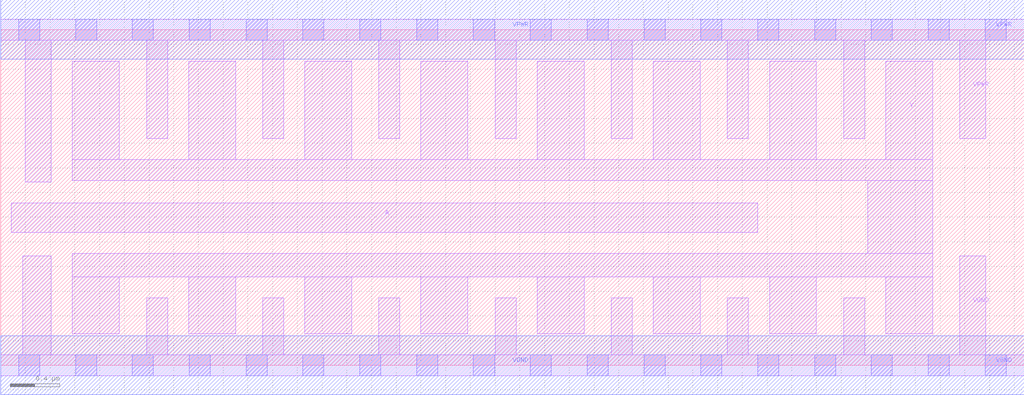
<source format=lef>
# Copyright 2020 The SkyWater PDK Authors
#
# Licensed under the Apache License, Version 2.0 (the "License");
# you may not use this file except in compliance with the License.
# You may obtain a copy of the License at
#
#     https://www.apache.org/licenses/LICENSE-2.0
#
# Unless required by applicable law or agreed to in writing, software
# distributed under the License is distributed on an "AS IS" BASIS,
# WITHOUT WARRANTIES OR CONDITIONS OF ANY KIND, either express or implied.
# See the License for the specific language governing permissions and
# limitations under the License.
#
# SPDX-License-Identifier: Apache-2.0

VERSION 5.7 ;
  NAMESCASESENSITIVE ON ;
  NOWIREEXTENSIONATPIN ON ;
  DIVIDERCHAR "/" ;
  BUSBITCHARS "[]" ;
UNITS
  DATABASE MICRONS 200 ;
END UNITS
PROPERTYDEFINITIONS
  MACRO maskLayoutSubType STRING ;
  MACRO prCellType STRING ;
  MACRO originalViewName STRING ;
END PROPERTYDEFINITIONS
MACRO sky130_fd_sc_hdll__inv_16
  CLASS CORE ;
  FOREIGN sky130_fd_sc_hdll__inv_16 ;
  ORIGIN  0.000000  0.000000 ;
  SIZE  8.280000 BY  2.720000 ;
  SYMMETRY X Y R90 ;
  SITE unithd ;
  PIN A
    ANTENNAGATEAREA  4.440000 ;
    DIRECTION INPUT ;
    USE SIGNAL ;
    PORT
      LAYER li1 ;
        RECT 0.085000 1.075000 6.125000 1.315000 ;
    END
  END A
  PIN VGND
    ANTENNADIFFAREA  1.826500 ;
    DIRECTION INOUT ;
    USE SIGNAL ;
    PORT
      LAYER li1 ;
        RECT 0.000000 -0.085000 8.280000 0.085000 ;
        RECT 0.180000  0.085000 0.410000 0.885000 ;
        RECT 1.180000  0.085000 1.350000 0.545000 ;
        RECT 2.120000  0.085000 2.290000 0.545000 ;
        RECT 3.060000  0.085000 3.230000 0.545000 ;
        RECT 4.000000  0.085000 4.170000 0.545000 ;
        RECT 4.940000  0.085000 5.110000 0.545000 ;
        RECT 5.880000  0.085000 6.050000 0.545000 ;
        RECT 6.820000  0.085000 6.990000 0.545000 ;
        RECT 7.760000  0.085000 7.970000 0.885000 ;
      LAYER mcon ;
        RECT 0.145000 -0.085000 0.315000 0.085000 ;
        RECT 0.605000 -0.085000 0.775000 0.085000 ;
        RECT 1.065000 -0.085000 1.235000 0.085000 ;
        RECT 1.525000 -0.085000 1.695000 0.085000 ;
        RECT 1.985000 -0.085000 2.155000 0.085000 ;
        RECT 2.445000 -0.085000 2.615000 0.085000 ;
        RECT 2.905000 -0.085000 3.075000 0.085000 ;
        RECT 3.365000 -0.085000 3.535000 0.085000 ;
        RECT 3.825000 -0.085000 3.995000 0.085000 ;
        RECT 4.285000 -0.085000 4.455000 0.085000 ;
        RECT 4.745000 -0.085000 4.915000 0.085000 ;
        RECT 5.205000 -0.085000 5.375000 0.085000 ;
        RECT 5.665000 -0.085000 5.835000 0.085000 ;
        RECT 6.125000 -0.085000 6.295000 0.085000 ;
        RECT 6.585000 -0.085000 6.755000 0.085000 ;
        RECT 7.045000 -0.085000 7.215000 0.085000 ;
        RECT 7.505000 -0.085000 7.675000 0.085000 ;
        RECT 7.965000 -0.085000 8.135000 0.085000 ;
      LAYER met1 ;
        RECT 0.000000 -0.240000 8.280000 0.240000 ;
    END
  END VGND
  PIN VPWR
    ANTENNADIFFAREA  2.570000 ;
    DIRECTION INOUT ;
    USE SIGNAL ;
    PORT
      LAYER li1 ;
        RECT 0.000000 2.635000 8.280000 2.805000 ;
        RECT 0.200000 1.485000 0.410000 2.635000 ;
        RECT 1.180000 1.835000 1.350000 2.635000 ;
        RECT 2.120000 1.835000 2.290000 2.635000 ;
        RECT 3.060000 1.835000 3.230000 2.635000 ;
        RECT 4.000000 1.835000 4.170000 2.635000 ;
        RECT 4.940000 1.835000 5.110000 2.635000 ;
        RECT 5.880000 1.835000 6.050000 2.635000 ;
        RECT 6.820000 1.835000 6.990000 2.635000 ;
        RECT 7.760000 1.835000 7.970000 2.635000 ;
      LAYER mcon ;
        RECT 0.145000 2.635000 0.315000 2.805000 ;
        RECT 0.605000 2.635000 0.775000 2.805000 ;
        RECT 1.065000 2.635000 1.235000 2.805000 ;
        RECT 1.525000 2.635000 1.695000 2.805000 ;
        RECT 1.985000 2.635000 2.155000 2.805000 ;
        RECT 2.445000 2.635000 2.615000 2.805000 ;
        RECT 2.905000 2.635000 3.075000 2.805000 ;
        RECT 3.365000 2.635000 3.535000 2.805000 ;
        RECT 3.825000 2.635000 3.995000 2.805000 ;
        RECT 4.285000 2.635000 4.455000 2.805000 ;
        RECT 4.745000 2.635000 4.915000 2.805000 ;
        RECT 5.205000 2.635000 5.375000 2.805000 ;
        RECT 5.665000 2.635000 5.835000 2.805000 ;
        RECT 6.125000 2.635000 6.295000 2.805000 ;
        RECT 6.585000 2.635000 6.755000 2.805000 ;
        RECT 7.045000 2.635000 7.215000 2.805000 ;
        RECT 7.505000 2.635000 7.675000 2.805000 ;
        RECT 7.965000 2.635000 8.135000 2.805000 ;
      LAYER met1 ;
        RECT 0.000000 2.480000 8.280000 2.960000 ;
    END
  END VPWR
  PIN Y
    ANTENNADIFFAREA  3.984000 ;
    DIRECTION OUTPUT ;
    USE SIGNAL ;
    PORT
      LAYER li1 ;
        RECT 0.580000 0.255000 0.960000 0.715000 ;
        RECT 0.580000 0.715000 7.540000 0.905000 ;
        RECT 0.580000 1.495000 7.540000 1.665000 ;
        RECT 0.580000 1.665000 0.960000 2.465000 ;
        RECT 1.520000 0.255000 1.900000 0.715000 ;
        RECT 1.520000 1.665000 1.900000 2.465000 ;
        RECT 2.460000 0.255000 2.840000 0.715000 ;
        RECT 2.460000 1.665000 2.840000 2.465000 ;
        RECT 3.400000 0.255000 3.780000 0.715000 ;
        RECT 3.400000 1.665000 3.780000 2.465000 ;
        RECT 4.340000 0.255000 4.720000 0.715000 ;
        RECT 4.340000 1.665000 4.720000 2.465000 ;
        RECT 5.280000 0.255000 5.660000 0.715000 ;
        RECT 5.280000 1.665000 5.660000 2.465000 ;
        RECT 6.220000 0.255000 6.600000 0.715000 ;
        RECT 6.220000 1.665000 6.600000 2.465000 ;
        RECT 7.015000 0.905000 7.540000 1.495000 ;
        RECT 7.160000 0.255000 7.540000 0.715000 ;
        RECT 7.160000 1.665000 7.540000 2.465000 ;
    END
  END Y
  PROPERTY maskLayoutSubType "abstract" ;
  PROPERTY prCellType "standard" ;
  PROPERTY originalViewName "layout" ;
END sky130_fd_sc_hdll__inv_16

</source>
